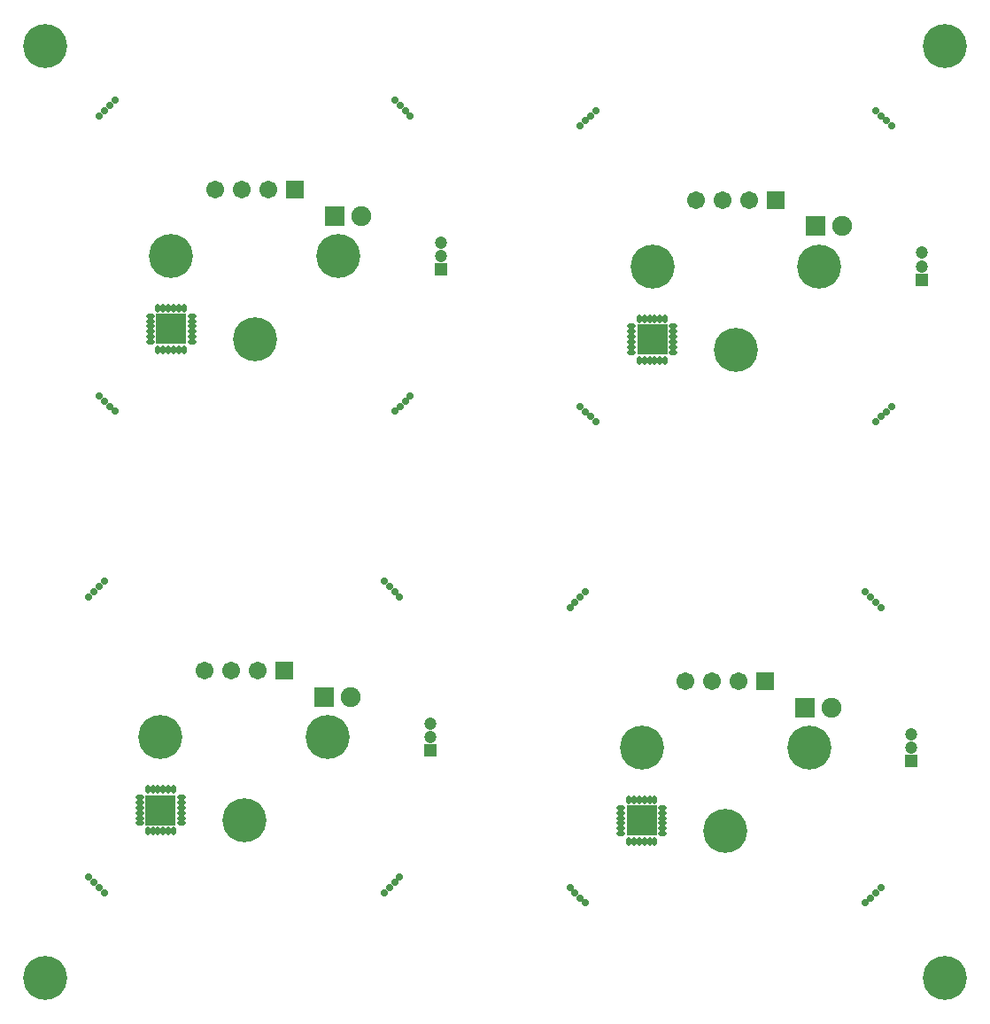
<source format=gts>
G04*
G04 #@! TF.GenerationSoftware,Altium Limited,Altium Designer,22.4.2 (48)*
G04*
G04 Layer_Color=8388736*
%FSLAX25Y25*%
%MOIN*%
G70*
G04*
G04 #@! TF.SameCoordinates,26249B9F-D8ED-40E7-B964-7C6F937C0492*
G04*
G04*
G04 #@! TF.FilePolarity,Negative*
G04*
G01*
G75*
%ADD26O,0.03359X0.01981*%
%ADD27O,0.01981X0.03359*%
%ADD28R,0.11824X0.11824*%
%ADD29C,0.16548*%
%ADD30C,0.02769*%
%ADD31R,0.04737X0.04737*%
%ADD32C,0.04737*%
%ADD33C,0.07493*%
%ADD34R,0.07493X0.07493*%
%ADD35C,0.06706*%
%ADD36R,0.06706X0.06706*%
%ADD37C,0.03162*%
D26*
X224508Y252953D02*
D03*
Y250984D02*
D03*
Y249016D02*
D03*
Y247047D02*
D03*
Y245079D02*
D03*
Y243110D02*
D03*
X240059D02*
D03*
Y245079D02*
D03*
Y247047D02*
D03*
Y249016D02*
D03*
Y250984D02*
D03*
Y252953D02*
D03*
X43406Y256890D02*
D03*
Y254921D02*
D03*
Y252953D02*
D03*
Y250984D02*
D03*
Y249016D02*
D03*
Y247047D02*
D03*
X58957D02*
D03*
Y249016D02*
D03*
Y250984D02*
D03*
Y252953D02*
D03*
Y254921D02*
D03*
Y256890D02*
D03*
X220571Y71850D02*
D03*
Y69882D02*
D03*
Y67913D02*
D03*
Y65945D02*
D03*
Y63976D02*
D03*
Y62008D02*
D03*
X236122D02*
D03*
Y63976D02*
D03*
Y65945D02*
D03*
Y67913D02*
D03*
Y69882D02*
D03*
Y71850D02*
D03*
X39469Y75787D02*
D03*
Y73819D02*
D03*
Y71850D02*
D03*
Y69882D02*
D03*
Y67913D02*
D03*
Y65945D02*
D03*
X55020D02*
D03*
Y67913D02*
D03*
Y69882D02*
D03*
Y71850D02*
D03*
Y73819D02*
D03*
Y75787D02*
D03*
D27*
X227362Y240256D02*
D03*
X229331D02*
D03*
X231299D02*
D03*
X233268D02*
D03*
X235236D02*
D03*
X237205D02*
D03*
Y255807D02*
D03*
X235236D02*
D03*
X233268D02*
D03*
X231299D02*
D03*
X229331D02*
D03*
X227362D02*
D03*
X46260Y244193D02*
D03*
X48228D02*
D03*
X50197D02*
D03*
X52165D02*
D03*
X54134D02*
D03*
X56102D02*
D03*
Y259744D02*
D03*
X54134D02*
D03*
X52165D02*
D03*
X50197D02*
D03*
X48228D02*
D03*
X46260D02*
D03*
X223425Y59153D02*
D03*
X225394D02*
D03*
X227362D02*
D03*
X229331D02*
D03*
X231299D02*
D03*
X233268D02*
D03*
Y74705D02*
D03*
X231299D02*
D03*
X229331D02*
D03*
X227362D02*
D03*
X225394D02*
D03*
X223425D02*
D03*
X42323Y63090D02*
D03*
X44291D02*
D03*
X46260D02*
D03*
X48228D02*
D03*
X50197D02*
D03*
X52165D02*
D03*
Y78642D02*
D03*
X50197D02*
D03*
X48228D02*
D03*
X46260D02*
D03*
X44291D02*
D03*
X42323D02*
D03*
D28*
X232283Y248031D02*
D03*
X51181Y251969D02*
D03*
X228346Y66929D02*
D03*
X47244Y70866D02*
D03*
D29*
X3937Y7874D02*
D03*
X342520Y7874D02*
D03*
X342520Y358268D02*
D03*
X3937Y358268D02*
D03*
X263779Y244094D02*
D03*
X295276Y275590D02*
D03*
X232283D02*
D03*
X82677Y248031D02*
D03*
X114173Y279528D02*
D03*
X51181D02*
D03*
X259842Y62992D02*
D03*
X291339Y94488D02*
D03*
X228346D02*
D03*
X78740Y66929D02*
D03*
X110236Y98425D02*
D03*
X47244D02*
D03*
D30*
X322295Y328278D02*
D03*
X320421Y330288D02*
D03*
X318477Y332231D02*
D03*
X316467Y334106D02*
D03*
X205264Y328278D02*
D03*
X207139Y330288D02*
D03*
X209082Y332231D02*
D03*
X211092Y334106D02*
D03*
Y217075D02*
D03*
X209082Y218950D02*
D03*
X207139Y220893D02*
D03*
X205264Y222903D02*
D03*
X322295D02*
D03*
X320421Y220893D02*
D03*
X318477Y218950D02*
D03*
X316467Y217075D02*
D03*
X141192Y332215D02*
D03*
X139318Y334225D02*
D03*
X137375Y336169D02*
D03*
X135365Y338043D02*
D03*
X24162Y332215D02*
D03*
X26036Y334225D02*
D03*
X27980Y336169D02*
D03*
X29990Y338043D02*
D03*
Y221012D02*
D03*
X27980Y222887D02*
D03*
X26036Y224830D02*
D03*
X24162Y226840D02*
D03*
X141192D02*
D03*
X139318Y224830D02*
D03*
X137375Y222887D02*
D03*
X135365Y221012D02*
D03*
X318358Y147176D02*
D03*
X316483Y149186D02*
D03*
X314540Y151129D02*
D03*
X312530Y153004D02*
D03*
X201327Y147176D02*
D03*
X203202Y149186D02*
D03*
X205145Y151129D02*
D03*
X207155Y153004D02*
D03*
Y35973D02*
D03*
X205145Y37847D02*
D03*
X203202Y39791D02*
D03*
X201327Y41801D02*
D03*
X318358D02*
D03*
X316483Y39791D02*
D03*
X314540Y37847D02*
D03*
X312530Y35973D02*
D03*
X131428Y39910D02*
D03*
X133438Y41784D02*
D03*
X135381Y43728D02*
D03*
X137256Y45738D02*
D03*
X20225D02*
D03*
X22099Y43728D02*
D03*
X24043Y41784D02*
D03*
X26053Y39910D02*
D03*
Y156941D02*
D03*
X24043Y155066D02*
D03*
X22099Y153123D02*
D03*
X20225Y151113D02*
D03*
X131428Y156941D02*
D03*
X133438Y155066D02*
D03*
X135381Y153123D02*
D03*
X137256Y151113D02*
D03*
D31*
X333780Y270590D02*
D03*
X152677Y274528D02*
D03*
X329842Y89488D02*
D03*
X148740Y93425D02*
D03*
D32*
X333780Y275590D02*
D03*
Y280591D02*
D03*
X152677Y279528D02*
D03*
Y284528D02*
D03*
X329842Y94488D02*
D03*
Y99488D02*
D03*
X148740Y98425D02*
D03*
Y103425D02*
D03*
D33*
X303780Y290591D02*
D03*
X122677Y294528D02*
D03*
X299843Y109488D02*
D03*
X118740Y113425D02*
D03*
D34*
X293779Y290591D02*
D03*
X112677Y294528D02*
D03*
X289843Y109488D02*
D03*
X108740Y113425D02*
D03*
D35*
X248780Y300590D02*
D03*
X258780D02*
D03*
X268779D02*
D03*
X67677Y304528D02*
D03*
X77677D02*
D03*
X87677D02*
D03*
X244843Y119488D02*
D03*
X254842D02*
D03*
X264843D02*
D03*
X63740Y123425D02*
D03*
X73740D02*
D03*
X83740D02*
D03*
D36*
X278780Y300590D02*
D03*
X97677Y304528D02*
D03*
X274843Y119488D02*
D03*
X93740Y123425D02*
D03*
D37*
X234646Y250394D02*
D03*
X229921D02*
D03*
Y245669D02*
D03*
X234646D02*
D03*
X53543Y254331D02*
D03*
X48819D02*
D03*
Y249606D02*
D03*
X53543D02*
D03*
X230709Y69291D02*
D03*
X225984D02*
D03*
Y64567D02*
D03*
X230709D02*
D03*
X49606Y73228D02*
D03*
X44882D02*
D03*
Y68504D02*
D03*
X49606D02*
D03*
M02*

</source>
